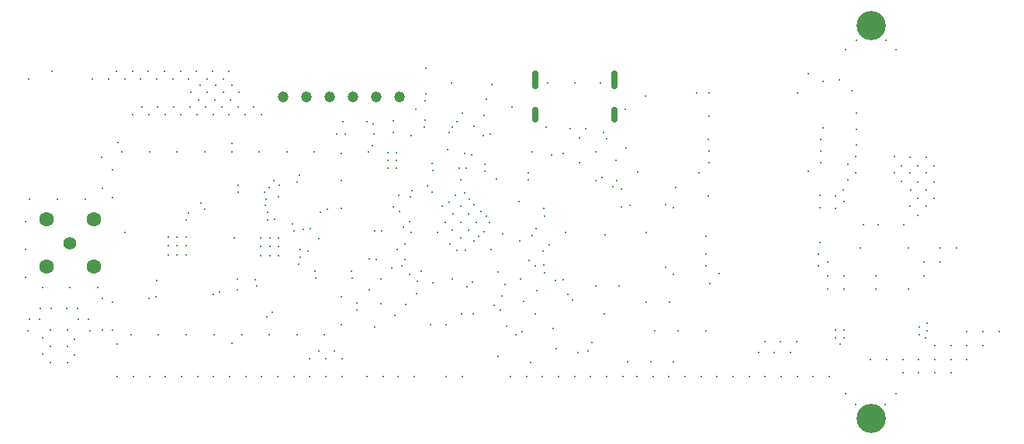
<source format=gbr>
%TF.GenerationSoftware,KiCad,Pcbnew,9.0.2+1*%
%TF.CreationDate,2025-08-16T02:22:32+01:00*%
%TF.ProjectId,OBC,4f42432e-6b69-4636-9164-5f7063625858,rev?*%
%TF.SameCoordinates,Original*%
%TF.FileFunction,Plated,1,4,PTH,Mixed*%
%TF.FilePolarity,Positive*%
%FSLAX46Y46*%
G04 Gerber Fmt 4.6, Leading zero omitted, Abs format (unit mm)*
G04 Created by KiCad (PCBNEW 9.0.2+1) date 2025-08-16 02:22:32*
%MOMM*%
%LPD*%
G01*
G04 APERTURE LIST*
%TA.AperFunction,ViaDrill*%
%ADD10C,0.200000*%
%TD*%
%TA.AperFunction,ViaDrill*%
%ADD11C,0.250000*%
%TD*%
%TA.AperFunction,ViaDrill*%
%ADD12C,0.300000*%
%TD*%
G04 aperture for slot hole*
%TA.AperFunction,ComponentDrill*%
%ADD13C,0.650000*%
%TD*%
%TA.AperFunction,ComponentDrill*%
%ADD14C,1.193800*%
%TD*%
%TA.AperFunction,ComponentDrill*%
%ADD15C,1.400000*%
%TD*%
%TA.AperFunction,ComponentDrill*%
%ADD16C,1.600000*%
%TD*%
%TA.AperFunction,ComponentDrill*%
%ADD17C,3.200000*%
%TD*%
G04 APERTURE END LIST*
D10*
X101825126Y-114474874D03*
X101850000Y-86943466D03*
X101931192Y-113237437D03*
X103062563Y-113237437D03*
X103168629Y-112000000D03*
X103400000Y-115250000D03*
X103400000Y-117000000D03*
X104200000Y-114450000D03*
X104200000Y-116200000D03*
X104200000Y-117950000D03*
X104300000Y-112000000D03*
X104450000Y-86100000D03*
X106050000Y-112000000D03*
X106100000Y-114450000D03*
X106100000Y-116200000D03*
X106100000Y-117950000D03*
X106900000Y-115400000D03*
X106900000Y-117150000D03*
X107181371Y-112000000D03*
X107287437Y-113237437D03*
X108418808Y-113237437D03*
X108524874Y-114474874D03*
X108850000Y-86943466D03*
X109800000Y-95500000D03*
X109900000Y-98950000D03*
X109900000Y-110975000D03*
X109950000Y-114400000D03*
X110600000Y-86943466D03*
X111450000Y-86100000D03*
X111550000Y-115900000D03*
X111550000Y-119450000D03*
X111565647Y-93900000D03*
X112350000Y-86943466D03*
X112406334Y-103746997D03*
X113200000Y-86100000D03*
X113250000Y-90850000D03*
X113300000Y-119450000D03*
X114100000Y-86943466D03*
X114200000Y-90050000D03*
X114950000Y-86100000D03*
X115000000Y-90850000D03*
X115023081Y-110966206D03*
X115050000Y-119450000D03*
X115774175Y-110740000D03*
X115850000Y-86943466D03*
X115881173Y-109018499D03*
X115950000Y-90050000D03*
X116700000Y-86100000D03*
X116750000Y-90850000D03*
X116800000Y-119450000D03*
X117073861Y-104217524D03*
X117073861Y-105186239D03*
X117073861Y-106154955D03*
X117600000Y-86950000D03*
X117700000Y-90050000D03*
X118049017Y-104217524D03*
X118049017Y-105186239D03*
X118049017Y-106154955D03*
X118450000Y-86100000D03*
X118500000Y-90850000D03*
X118550000Y-119450000D03*
X119024171Y-105186239D03*
X119024172Y-104217524D03*
X119024172Y-106154955D03*
X119074175Y-102390000D03*
X119300000Y-101650000D03*
X119350000Y-86950000D03*
X119450000Y-90050000D03*
X119600000Y-88450000D03*
X120200000Y-86100000D03*
X120250000Y-90850000D03*
X120300000Y-119450000D03*
X120400000Y-89250000D03*
X120550000Y-87650000D03*
X120650000Y-100550000D03*
X121115264Y-101181089D03*
X121200000Y-90050000D03*
X121350000Y-86950000D03*
X121350000Y-88450000D03*
X121950000Y-86100000D03*
X122000000Y-90850000D03*
X122000000Y-110500000D03*
X122050000Y-119450000D03*
X122150000Y-89250000D03*
X122300000Y-87650000D03*
X122724175Y-110240000D03*
X122950000Y-90050000D03*
X123100000Y-86950000D03*
X123100000Y-88450000D03*
X123700000Y-86100000D03*
X123750000Y-90850000D03*
X123800000Y-119450000D03*
X123900000Y-89250000D03*
X124050000Y-87650000D03*
X124050000Y-94000000D03*
X124050000Y-115850000D03*
X124300000Y-104350000D03*
X124680859Y-108833239D03*
X124680859Y-110000000D03*
X124700000Y-90050000D03*
X124724175Y-99340000D03*
X124766013Y-98551408D03*
X124850000Y-88450000D03*
X125500000Y-90850000D03*
X125550000Y-119450000D03*
X126450000Y-90050000D03*
X126564234Y-108864234D03*
X126804983Y-109598909D03*
X127192286Y-104313698D03*
X127192286Y-105282415D03*
X127192286Y-106251130D03*
X127250000Y-90850000D03*
X127300000Y-119450000D03*
X127574175Y-99340000D03*
X127652726Y-100818616D03*
X127767669Y-100077473D03*
X127838637Y-113005000D03*
X127920364Y-102390000D03*
X127940000Y-101530000D03*
X128150000Y-98800000D03*
X128167440Y-104313698D03*
X128167441Y-105282415D03*
X128167441Y-106251130D03*
X128424175Y-112490000D03*
X128634175Y-98100000D03*
X128724175Y-102276826D03*
X129050000Y-119450000D03*
X129142596Y-105282415D03*
X129142596Y-106251129D03*
X129142597Y-104313699D03*
X129149175Y-99839000D03*
X129221173Y-98615000D03*
X130790262Y-103565970D03*
X130800000Y-119450000D03*
X131151518Y-98200000D03*
X131424175Y-97490000D03*
X131524175Y-106490000D03*
X131876062Y-103411676D03*
X132324175Y-105748238D03*
X132550000Y-117500000D03*
X132550000Y-119450000D03*
X132624175Y-103358503D03*
X133160015Y-108725840D03*
X133500000Y-116700000D03*
X133564175Y-104400000D03*
X133713335Y-101550840D03*
X134300000Y-117500000D03*
X134300000Y-119450000D03*
X135250000Y-116700000D03*
X135500000Y-92950000D03*
X136050000Y-117500000D03*
X136050000Y-119450000D03*
X136150000Y-91650000D03*
X136400000Y-93000000D03*
X137116804Y-107997560D03*
X137217759Y-108756125D03*
X138750000Y-91650000D03*
X138800000Y-119500000D03*
X139016756Y-106602112D03*
X139080443Y-109979409D03*
X139336094Y-94220303D03*
X139465748Y-91874069D03*
X139550000Y-93000000D03*
X139625000Y-103575000D03*
X140300000Y-108789704D03*
X140340000Y-111500000D03*
X140550000Y-119500000D03*
X141064175Y-95000000D03*
X141064175Y-95875000D03*
X141064175Y-96750000D03*
X141459853Y-107599999D03*
X141644175Y-91585199D03*
X141644175Y-92785199D03*
X141650000Y-100950000D03*
X141850295Y-112789705D03*
X142014175Y-95000000D03*
X142014175Y-95875000D03*
X142014175Y-96750000D03*
X142200000Y-119500000D03*
X142570000Y-107420000D03*
X142760000Y-103190000D03*
X142897413Y-105033238D03*
X142910000Y-106690000D03*
X143040000Y-111600000D03*
X143460000Y-108290000D03*
X143500000Y-99850000D03*
X143600000Y-93150000D03*
X143692305Y-99176931D03*
X143950000Y-119500000D03*
X144100000Y-90300000D03*
X144229705Y-110410295D03*
X144259999Y-109089999D03*
X144740000Y-108000000D03*
X145066174Y-92243572D03*
X145137942Y-89376593D03*
X145164175Y-91500000D03*
X145200000Y-85750000D03*
X145740001Y-113778400D03*
X145873335Y-96180840D03*
X146010000Y-109240000D03*
X146480000Y-103750000D03*
X147010295Y-100851964D03*
X147340000Y-102600000D03*
X147400000Y-113800000D03*
X147450000Y-119500000D03*
X147600000Y-94700000D03*
X147744477Y-92837232D03*
X147750000Y-100450000D03*
X147860000Y-104990000D03*
X148060000Y-108790000D03*
X148140000Y-92200000D03*
X148140000Y-103500000D03*
X148190000Y-101750000D03*
X148440000Y-99700000D03*
X148584124Y-91595638D03*
X148600000Y-105650000D03*
X148858497Y-96679936D03*
X149036610Y-98000000D03*
X149040000Y-100900000D03*
X149040000Y-102600000D03*
X149040000Y-104300000D03*
X149142057Y-112599699D03*
X149169288Y-90702973D03*
X149200000Y-119500000D03*
X149460541Y-95095481D03*
X149480000Y-99420000D03*
X149540000Y-105650000D03*
X149608231Y-96700000D03*
X149740000Y-109650000D03*
X149890000Y-101750000D03*
X149890000Y-103450000D03*
X149985000Y-100100000D03*
X150192927Y-95257073D03*
X150340000Y-109150000D03*
X150400084Y-112599699D03*
X150460000Y-104690000D03*
X150485149Y-92135149D03*
X150510000Y-100700000D03*
X150740000Y-102600000D03*
X150958275Y-104129441D03*
X151270000Y-101440000D03*
X151490155Y-93184612D03*
X151560369Y-103681915D03*
X151610000Y-90990000D03*
X151634993Y-97064160D03*
X151664175Y-96300000D03*
X151790000Y-89150000D03*
X151843752Y-101937688D03*
X152168686Y-102625000D03*
X152264175Y-93000000D03*
X152310000Y-105590000D03*
X152700000Y-111700000D03*
X152892393Y-97900000D03*
X153100000Y-108060000D03*
X153500000Y-110700000D03*
X153602435Y-103914391D03*
X153880000Y-109415000D03*
X154064175Y-114000000D03*
X154450000Y-119500000D03*
X154600000Y-90000000D03*
X155036627Y-114918248D03*
X155410182Y-100381343D03*
X155483227Y-104646773D03*
X155550000Y-108800000D03*
X155690000Y-114550000D03*
X155891195Y-111308805D03*
X156200000Y-119500000D03*
X156500000Y-106800000D03*
X156690000Y-117950000D03*
X156814175Y-94900000D03*
X156840662Y-104066288D03*
X157164175Y-107400000D03*
X157200000Y-112600000D03*
X157250000Y-103350000D03*
X157360888Y-110099112D03*
X157950000Y-119500000D03*
X158000000Y-105800000D03*
X158096455Y-101125146D03*
X158100000Y-107300000D03*
X158150000Y-108150000D03*
X158373425Y-92190750D03*
X158550000Y-87400000D03*
X158664175Y-105100000D03*
X158919175Y-95275000D03*
X159110000Y-114240000D03*
X159364175Y-109000000D03*
X159410000Y-116460000D03*
X159700000Y-119500000D03*
X160200000Y-108900000D03*
X160500000Y-103750000D03*
X160748704Y-110541292D03*
X160984175Y-92390000D03*
X161260000Y-111090000D03*
X161450000Y-119500000D03*
X161500000Y-87400000D03*
X161974175Y-93400000D03*
X161974175Y-96150000D03*
X162684175Y-92390000D03*
X163200000Y-119500000D03*
X163800000Y-98100000D03*
X164300000Y-87400000D03*
X164475265Y-97711092D03*
X164572839Y-92817340D03*
X164700000Y-112600000D03*
X164948175Y-93466189D03*
X164950000Y-119500000D03*
X165651097Y-98725996D03*
X165964175Y-95900000D03*
X166064175Y-98100000D03*
X166556174Y-100906501D03*
X166564175Y-99019501D03*
X166700000Y-119500000D03*
X167000000Y-90250000D03*
X167050000Y-94550000D03*
X167500000Y-100750000D03*
X168250000Y-119500000D03*
X168350000Y-97150000D03*
X169200000Y-88850000D03*
X169250000Y-103750000D03*
X170000000Y-119500000D03*
X171362559Y-100710774D03*
X171423782Y-107547560D03*
X171750000Y-119500000D03*
X172188559Y-101052915D03*
X172466804Y-98797371D03*
X173500000Y-119500000D03*
X174750000Y-88515000D03*
X175000000Y-97250000D03*
X175250000Y-119500000D03*
X175750000Y-104200000D03*
X175764175Y-106100000D03*
X175766804Y-107347560D03*
X175800000Y-114500000D03*
X176000000Y-99725000D03*
X176064175Y-93600000D03*
X176100000Y-88515000D03*
X176114175Y-91050000D03*
X176114175Y-94850000D03*
X176114175Y-96150000D03*
X176166804Y-109347560D03*
X177000000Y-119500000D03*
X177250000Y-108250000D03*
X178750000Y-119500000D03*
X180500000Y-119500000D03*
X181500000Y-116850000D03*
X182182932Y-115700000D03*
X182250000Y-119500000D03*
X183250000Y-116850000D03*
X183932932Y-115700000D03*
X184000000Y-119500000D03*
X185000000Y-116850000D03*
X185682932Y-115700000D03*
X185750000Y-88500000D03*
X185750000Y-119500000D03*
X186950000Y-97050000D03*
X187000000Y-86400000D03*
X187500000Y-119500000D03*
X188060186Y-106073989D03*
X188066804Y-107360000D03*
X188200000Y-99700000D03*
X188200000Y-101000000D03*
X188200000Y-104810000D03*
X188300000Y-93600000D03*
X188300000Y-94850000D03*
X188300000Y-96100000D03*
X188564175Y-87250000D03*
X188600000Y-92300000D03*
X189100000Y-106950000D03*
X189100000Y-108450000D03*
X189100000Y-109950000D03*
X189250000Y-119500000D03*
X189916804Y-99747560D03*
X189916804Y-101147560D03*
X190384175Y-87100000D03*
X190750000Y-99050000D03*
X190850000Y-108450000D03*
X190850000Y-109950000D03*
X190862563Y-100372728D03*
X191050000Y-83800000D03*
X191050000Y-121350000D03*
X191300000Y-96250000D03*
X191300000Y-98000000D03*
X191725000Y-88225000D03*
X192100000Y-95450000D03*
X192100000Y-97200000D03*
X192150000Y-122500000D03*
X192200000Y-82750000D03*
X192250000Y-90700000D03*
X192250000Y-92450000D03*
X192250000Y-94200000D03*
X192600000Y-105450000D03*
X192950000Y-102900000D03*
X193750000Y-117600000D03*
X194350000Y-108450000D03*
X194350000Y-109950000D03*
X194550000Y-102895060D03*
X195350000Y-122500000D03*
X195400000Y-82750000D03*
X195500000Y-117600000D03*
X196324430Y-95472563D03*
X196324430Y-97222563D03*
X196550000Y-83800000D03*
X196550000Y-121350000D03*
X197124430Y-96422563D03*
X197124430Y-98172563D03*
X197250000Y-117600000D03*
X197250000Y-119100000D03*
X197400000Y-102900000D03*
X197850000Y-105450000D03*
X197850000Y-109950000D03*
X198087215Y-95500000D03*
X198087215Y-97250000D03*
X198087215Y-100900000D03*
X198100000Y-99100000D03*
X198887215Y-96450000D03*
X198887215Y-98200000D03*
X198887215Y-101850000D03*
X198900000Y-100050000D03*
X199000000Y-117600000D03*
X199000000Y-119100000D03*
X199600000Y-106950000D03*
X199600000Y-108450000D03*
X199850000Y-95500000D03*
X199850000Y-97250000D03*
X199850000Y-100900000D03*
X199862785Y-99100000D03*
X200650000Y-96450000D03*
X200650000Y-98200000D03*
X200662785Y-100050000D03*
X200750000Y-116100000D03*
X200750000Y-117600000D03*
X200750000Y-119100000D03*
X201350000Y-105450000D03*
X201350000Y-106950000D03*
X202500000Y-116100000D03*
X202500000Y-117600000D03*
X202500000Y-119100000D03*
X203100000Y-105450000D03*
X204250000Y-114600000D03*
X204250000Y-116100000D03*
X204250000Y-117600000D03*
X206000000Y-114600000D03*
X206000000Y-116100000D03*
X207750000Y-114600000D03*
D11*
X130624813Y-102801691D03*
X131333890Y-107215462D03*
X131524175Y-105590000D03*
X133117466Y-107977045D03*
X134434886Y-101243771D03*
X137660000Y-112190000D03*
X137666371Y-111440025D03*
X139590000Y-114100000D03*
X139771832Y-106671491D03*
X140374557Y-103600847D03*
X142101898Y-105621800D03*
X142245505Y-99675000D03*
X142300000Y-101450000D03*
X143400000Y-102550000D03*
X143600000Y-103705000D03*
X145240021Y-88579936D03*
X145863933Y-99324697D03*
X148000000Y-87435000D03*
X152400000Y-87600000D03*
X153390000Y-112250000D03*
X156364175Y-97190418D03*
X156364175Y-97985418D03*
X160234175Y-95100000D03*
X161855000Y-116900000D03*
X162930000Y-116675000D03*
X163355000Y-115800000D03*
X163734175Y-94965825D03*
X163800000Y-109600000D03*
X166300000Y-109600000D03*
X167260000Y-117890000D03*
X169300000Y-111400000D03*
X169760000Y-117890000D03*
X170200000Y-114500000D03*
X171800000Y-111400000D03*
X172248782Y-108279538D03*
X172700000Y-114500000D03*
D12*
X101550000Y-102570000D03*
X101550000Y-105589647D03*
X101550000Y-108610000D03*
X101990000Y-100110000D03*
X103380000Y-109750000D03*
X105014470Y-100094928D03*
X106380000Y-109750000D03*
X108034117Y-100080000D03*
X109380000Y-109750000D03*
X111010000Y-99910000D03*
X111020000Y-96920000D03*
X111030000Y-111390000D03*
X111030000Y-114390000D03*
X112060000Y-94940000D03*
X113026921Y-114940000D03*
X115050000Y-94950000D03*
X116046568Y-114940000D03*
X118070000Y-94940000D03*
X119070000Y-114940000D03*
X121060000Y-94930000D03*
X122093079Y-114940000D03*
X124050000Y-94940000D03*
X125113079Y-114940000D03*
X127040000Y-94940000D03*
X128129999Y-114940000D03*
X130030000Y-94940000D03*
X131146921Y-114940000D03*
X133020000Y-94940000D03*
X134166922Y-114940000D03*
X136000000Y-95110000D03*
X136010000Y-98100000D03*
X136020000Y-101090000D03*
X136020000Y-110790000D03*
X136020000Y-113810001D03*
X138914175Y-94900000D03*
X145364175Y-98700000D03*
X145964175Y-97000000D03*
X153060000Y-117290000D03*
X158164175Y-101990000D03*
X164800000Y-104000000D03*
X172270000Y-117900000D03*
X189952629Y-114430894D03*
X189952629Y-115264227D03*
X190410000Y-115960000D03*
X190852629Y-114430894D03*
X190852629Y-115264227D03*
X199050000Y-114070000D03*
X199050000Y-114903333D03*
X199780000Y-115260000D03*
X199940000Y-113650000D03*
X199940000Y-114483334D03*
D13*
%TO.C,J6*%
X157153425Y-86412500D02*
X157153425Y-87712500D01*
X157153425Y-90387500D02*
X157153425Y-91387500D01*
X165793425Y-86412500D02*
X165793425Y-87712500D01*
X165793425Y-90387500D02*
X165793425Y-91387500D01*
D14*
%TO.C,J1*%
X129600000Y-88900000D03*
X132140000Y-88900000D03*
X134680000Y-88900000D03*
X137220000Y-88900000D03*
X139760000Y-88900000D03*
X142300000Y-88900000D03*
D15*
%TO.C,J4*%
X106400000Y-104900000D03*
D16*
X103825000Y-102325000D03*
X103825000Y-107475000D03*
X108975000Y-102325000D03*
X108975000Y-107475000D03*
D17*
%TO.C,H2*%
X193800000Y-81100000D03*
%TO.C,H3*%
X193800000Y-124100000D03*
M02*

</source>
